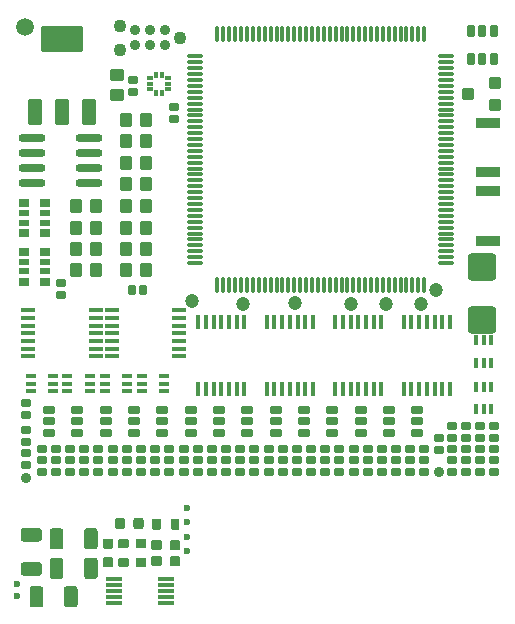
<source format=gts>
G75*
G70*
%OFA0B0*%
%FSLAX25Y25*%
%IPPOS*%
%LPD*%
%AMOC8*
5,1,8,0,0,1.08239X$1,22.5*
%
%AMM17*
21,1,0.039370,0.030320,0.000000,0.000000,90.000000*
21,1,0.028350,0.041340,0.000000,0.000000,90.000000*
1,1,0.011020,0.015160,0.014170*
1,1,0.011020,0.015160,-0.014170*
1,1,0.011020,-0.015160,-0.014170*
1,1,0.011020,-0.015160,0.014170*
%
%AMM18*
21,1,0.047240,0.075980,0.000000,0.000000,0.000000*
21,1,0.034650,0.088580,0.000000,0.000000,0.000000*
1,1,0.012600,0.017320,-0.037990*
1,1,0.012600,-0.017320,-0.037990*
1,1,0.012600,-0.017320,0.037990*
1,1,0.012600,0.017320,0.037990*
%
%AMM19*
21,1,0.047240,0.075990,0.000000,0.000000,0.000000*
21,1,0.034650,0.088580,0.000000,0.000000,0.000000*
1,1,0.012600,0.017320,-0.037990*
1,1,0.012600,-0.017320,-0.037990*
1,1,0.012600,-0.017320,0.037990*
1,1,0.012600,0.017320,0.037990*
%
%AMM20*
21,1,0.141730,0.067720,0.000000,0.000000,0.000000*
21,1,0.120870,0.088580,0.000000,0.000000,0.000000*
1,1,0.020870,0.060430,-0.033860*
1,1,0.020870,-0.060430,-0.033860*
1,1,0.020870,-0.060430,0.033860*
1,1,0.020870,0.060430,0.033860*
%
%AMM21*
21,1,0.043310,0.035430,0.000000,0.000000,0.000000*
21,1,0.031500,0.047240,0.000000,0.000000,0.000000*
1,1,0.011810,0.015750,-0.017720*
1,1,0.011810,-0.015750,-0.017720*
1,1,0.011810,-0.015750,0.017720*
1,1,0.011810,0.015750,0.017720*
%
%AMM22*
21,1,0.027560,0.030710,0.000000,0.000000,180.000000*
21,1,0.018900,0.039370,0.000000,0.000000,180.000000*
1,1,0.008660,-0.009450,0.015350*
1,1,0.008660,0.009450,0.015350*
1,1,0.008660,0.009450,-0.015350*
1,1,0.008660,-0.009450,-0.015350*
%
%AMM23*
21,1,0.031500,0.018900,0.000000,0.000000,180.000000*
21,1,0.022840,0.027560,0.000000,0.000000,180.000000*
1,1,0.008660,-0.011420,0.009450*
1,1,0.008660,0.011420,0.009450*
1,1,0.008660,0.011420,-0.009450*
1,1,0.008660,-0.011420,-0.009450*
%
%AMM24*
21,1,0.027560,0.030710,0.000000,0.000000,270.000000*
21,1,0.018900,0.039370,0.000000,0.000000,270.000000*
1,1,0.008660,-0.015350,-0.009450*
1,1,0.008660,-0.015350,0.009450*
1,1,0.008660,0.015350,0.009450*
1,1,0.008660,0.015350,-0.009450*
%
%AMM25*
21,1,0.090550,0.073230,0.000000,0.000000,90.000000*
21,1,0.069290,0.094490,0.000000,0.000000,90.000000*
1,1,0.021260,0.036610,0.034650*
1,1,0.021260,0.036610,-0.034650*
1,1,0.021260,-0.036610,-0.034650*
1,1,0.021260,-0.036610,0.034650*
%
%AMM26*
21,1,0.029530,0.026380,0.000000,0.000000,90.000000*
21,1,0.020470,0.035430,0.000000,0.000000,90.000000*
1,1,0.009060,0.013190,0.010240*
1,1,0.009060,0.013190,-0.010240*
1,1,0.009060,-0.013190,-0.010240*
1,1,0.009060,-0.013190,0.010240*
%
%AMM27*
21,1,0.021650,0.027950,0.000000,0.000000,90.000000*
21,1,0.014170,0.035430,0.000000,0.000000,90.000000*
1,1,0.007480,0.013980,0.007090*
1,1,0.007480,0.013980,-0.007090*
1,1,0.007480,-0.013980,-0.007090*
1,1,0.007480,-0.013980,0.007090*
%
%AMM28*
21,1,0.035430,0.072440,0.000000,0.000000,90.000000*
21,1,0.025200,0.082680,0.000000,0.000000,90.000000*
1,1,0.010240,0.036220,0.012600*
1,1,0.010240,0.036220,-0.012600*
1,1,0.010240,-0.036220,-0.012600*
1,1,0.010240,-0.036220,0.012600*
%
%AMM29*
21,1,0.016540,0.028980,0.000000,0.000000,90.000000*
21,1,0.010080,0.035430,0.000000,0.000000,90.000000*
1,1,0.006460,0.014490,0.005040*
1,1,0.006460,0.014490,-0.005040*
1,1,0.006460,-0.014490,-0.005040*
1,1,0.006460,-0.014490,0.005040*
%
%AMM30*
21,1,0.016540,0.028980,0.000000,0.000000,180.000000*
21,1,0.010080,0.035430,0.000000,0.000000,180.000000*
1,1,0.006460,-0.005040,0.014490*
1,1,0.006460,0.005040,0.014490*
1,1,0.006460,0.005040,-0.014490*
1,1,0.006460,-0.005040,-0.014490*
%
%AMM31*
21,1,0.043310,0.035430,0.000000,0.000000,270.000000*
21,1,0.031500,0.047240,0.000000,0.000000,270.000000*
1,1,0.011810,-0.017720,-0.015750*
1,1,0.011810,-0.017720,0.015750*
1,1,0.011810,0.017720,0.015750*
1,1,0.011810,0.017720,-0.015750*
%
%AMM32*
21,1,0.031500,0.018900,0.000000,0.000000,90.000000*
21,1,0.022840,0.027560,0.000000,0.000000,90.000000*
1,1,0.008660,0.009450,0.011420*
1,1,0.008660,0.009450,-0.011420*
1,1,0.008660,-0.009450,-0.011420*
1,1,0.008660,-0.009450,0.011420*
%
%ADD10C,0.02362*%
%ADD30R,0.05512X0.01181*%
%ADD68O,0.01260X0.05512*%
%ADD69O,0.05512X0.01260*%
%ADD70M17*%
%ADD71M18*%
%ADD72M19*%
%ADD73M20*%
%ADD74M21*%
%ADD75M22*%
%ADD76C,0.03494*%
%ADD77M23*%
%ADD78M24*%
%ADD79M25*%
%ADD80C,0.03543*%
%ADD81M26*%
%ADD82M27*%
%ADD83M28*%
%ADD84O,0.01575X0.04724*%
%ADD85O,0.04724X0.01575*%
%ADD86M29*%
%ADD87O,0.09055X0.02756*%
%ADD88M30*%
%ADD89R,0.01870X0.01772*%
%ADD90R,0.01772X0.01870*%
%ADD91M31*%
%ADD92M32*%
%ADD93C,0.04294*%
%ADD94C,0.04724*%
%ADD95C,0.05906*%
X0000000Y0000000D02*
%LPD*%
G01*
D10*
X0094882Y0046654D03*
X0094882Y0041929D03*
X0094882Y0051378D03*
X0094882Y0056102D03*
X0038091Y0030669D03*
X0038091Y0026732D03*
X0036614Y0019488D02*
%LPD*%
G01*
D10*
X0094882Y0046653D03*
X0094882Y0041929D03*
X0094882Y0051378D03*
X0094882Y0056102D03*
X0038090Y0030669D03*
X0038090Y0026732D03*
D30*
X0070472Y0032480D03*
X0070472Y0030512D03*
X0070472Y0028543D03*
X0070472Y0026575D03*
X0070472Y0024606D03*
X0087795Y0024606D03*
X0087795Y0026575D03*
X0087795Y0028543D03*
X0087795Y0030512D03*
X0087795Y0032480D03*
G36*
G01*
X0077992Y0045669D02*
X0081063Y0045669D01*
G75*
G02*
X0081338Y0045394I0000000J-000276D01*
G01*
X0081338Y0043189D01*
G75*
G02*
X0081063Y0042913I-000276J0000000D01*
G01*
X0077992Y0042913D01*
G75*
G02*
X0077716Y0043189I0000000J0000276D01*
G01*
X0077716Y0045394D01*
G75*
G02*
X0077992Y0045669I0000276J0000000D01*
G01*
G37*
G36*
G01*
X0077992Y0039370D02*
X0081063Y0039370D01*
G75*
G02*
X0081338Y0039094I0000000J-000276D01*
G01*
X0081338Y0036890D01*
G75*
G02*
X0081063Y0036614I-000276J0000000D01*
G01*
X0077992Y0036614D01*
G75*
G02*
X0077716Y0036890I0000000J0000276D01*
G01*
X0077716Y0039094D01*
G75*
G02*
X0077992Y0039370I0000276J0000000D01*
G01*
G37*
G36*
G01*
X0092323Y0052323D02*
X0092323Y0049252D01*
G75*
G02*
X0092047Y0048976I-000276J0000000D01*
G01*
X0089842Y0048976D01*
G75*
G02*
X0089567Y0049252I0000000J0000276D01*
G01*
X0089567Y0052323D01*
G75*
G02*
X0089842Y0052598I0000276J0000000D01*
G01*
X0092047Y0052598D01*
G75*
G02*
X0092323Y0052323I0000000J-000276D01*
G01*
G37*
G36*
G01*
X0086023Y0052323D02*
X0086023Y0049252D01*
G75*
G02*
X0085748Y0048976I-000276J0000000D01*
G01*
X0083543Y0048976D01*
G75*
G02*
X0083268Y0049252I0000000J0000276D01*
G01*
X0083268Y0052323D01*
G75*
G02*
X0083543Y0052598I0000276J0000000D01*
G01*
X0085748Y0052598D01*
G75*
G02*
X0086023Y0052323I0000000J-000276D01*
G01*
G37*
G36*
G01*
X0072086Y0045669D02*
X0075157Y0045669D01*
G75*
G02*
X0075433Y0045394I0000000J-000276D01*
G01*
X0075433Y0043189D01*
G75*
G02*
X0075157Y0042913I-000276J0000000D01*
G01*
X0072086Y0042913D01*
G75*
G02*
X0071811Y0043189I0000000J0000276D01*
G01*
X0071811Y0045394D01*
G75*
G02*
X0072086Y0045669I0000276J0000000D01*
G01*
G37*
G36*
G01*
X0072086Y0039370D02*
X0075157Y0039370D01*
G75*
G02*
X0075433Y0039094I0000000J-000276D01*
G01*
X0075433Y0036890D01*
G75*
G02*
X0075157Y0036614I-000276J0000000D01*
G01*
X0072086Y0036614D01*
G75*
G02*
X0071811Y0036890I0000000J0000276D01*
G01*
X0071811Y0039094D01*
G75*
G02*
X0072086Y0039370I0000276J0000000D01*
G01*
G37*
G36*
G01*
X0061437Y0049409D02*
X0064153Y0049409D01*
G75*
G02*
X0065059Y0048504I0000000J-000906D01*
G01*
X0065059Y0043228D01*
G75*
G02*
X0064153Y0042323I-000906J0000000D01*
G01*
X0061437Y0042323D01*
G75*
G02*
X0060531Y0043228I0000000J0000906D01*
G01*
X0060531Y0048504D01*
G75*
G02*
X0061437Y0049409I0000906J0000000D01*
G01*
G37*
G36*
G01*
X0050019Y0049409D02*
X0052736Y0049409D01*
G75*
G02*
X0053642Y0048504I0000000J-000906D01*
G01*
X0053642Y0043228D01*
G75*
G02*
X0052736Y0042323I-000906J0000000D01*
G01*
X0050019Y0042323D01*
G75*
G02*
X0049114Y0043228I0000000J0000906D01*
G01*
X0049114Y0048504D01*
G75*
G02*
X0050019Y0049409I0000906J0000000D01*
G01*
G37*
G36*
G01*
X0061437Y0039567D02*
X0064153Y0039567D01*
G75*
G02*
X0065059Y0038661I0000000J-000906D01*
G01*
X0065059Y0033386D01*
G75*
G02*
X0064153Y0032480I-000906J0000000D01*
G01*
X0061437Y0032480D01*
G75*
G02*
X0060531Y0033386I0000000J0000906D01*
G01*
X0060531Y0038661D01*
G75*
G02*
X0061437Y0039567I0000906J0000000D01*
G01*
G37*
G36*
G01*
X0050019Y0039567D02*
X0052736Y0039567D01*
G75*
G02*
X0053642Y0038661I0000000J-000906D01*
G01*
X0053642Y0033386D01*
G75*
G02*
X0052736Y0032480I-000906J0000000D01*
G01*
X0050019Y0032480D01*
G75*
G02*
X0049114Y0033386I0000000J0000906D01*
G01*
X0049114Y0038661D01*
G75*
G02*
X0050019Y0039567I0000906J0000000D01*
G01*
G37*
G36*
G01*
X0039370Y0045886D02*
X0039370Y0048602D01*
G75*
G02*
X0040275Y0049508I0000906J0000000D01*
G01*
X0045551Y0049508D01*
G75*
G02*
X0046457Y0048602I0000000J-000906D01*
G01*
X0046457Y0045886D01*
G75*
G02*
X0045551Y0044980I-000906J0000000D01*
G01*
X0040275Y0044980D01*
G75*
G02*
X0039370Y0045886I0000000J0000906D01*
G01*
G37*
G36*
G01*
X0039370Y0034468D02*
X0039370Y0037185D01*
G75*
G02*
X0040275Y0038090I0000906J0000000D01*
G01*
X0045551Y0038090D01*
G75*
G02*
X0046457Y0037185I0000000J-000906D01*
G01*
X0046457Y0034468D01*
G75*
G02*
X0045551Y0033563I-000906J0000000D01*
G01*
X0040275Y0033563D01*
G75*
G02*
X0039370Y0034468I0000000J0000906D01*
G01*
G37*
G36*
G01*
X0054744Y0030118D02*
X0057460Y0030118D01*
G75*
G02*
X0058366Y0029212I0000000J-000906D01*
G01*
X0058366Y0023937D01*
G75*
G02*
X0057460Y0023031I-000906J0000000D01*
G01*
X0054744Y0023031D01*
G75*
G02*
X0053838Y0023937I0000000J0000906D01*
G01*
X0053838Y0029212D01*
G75*
G02*
X0054744Y0030118I0000906J0000000D01*
G01*
G37*
G36*
G01*
X0043327Y0030118D02*
X0046043Y0030118D01*
G75*
G02*
X0046949Y0029212I0000000J-000906D01*
G01*
X0046949Y0023937D01*
G75*
G02*
X0046043Y0023031I-000906J0000000D01*
G01*
X0043327Y0023031D01*
G75*
G02*
X0042421Y0023937I0000000J0000906D01*
G01*
X0042421Y0029212D01*
G75*
G02*
X0043327Y0030118I0000906J0000000D01*
G01*
G37*
G36*
G01*
X0080413Y0051993D02*
X0080413Y0049975D01*
G75*
G02*
X0079552Y0049114I-000861J0000000D01*
G01*
X0077830Y0049114D01*
G75*
G02*
X0076968Y0049975I0000000J0000861D01*
G01*
X0076968Y0051993D01*
G75*
G02*
X0077830Y0052854I0000861J0000000D01*
G01*
X0079552Y0052854D01*
G75*
G02*
X0080413Y0051993I0000000J-000861D01*
G01*
G37*
G36*
G01*
X0074212Y0051993D02*
X0074212Y0049975D01*
G75*
G02*
X0073351Y0049114I-000861J0000000D01*
G01*
X0071629Y0049114D01*
G75*
G02*
X0070768Y0049975I0000000J0000861D01*
G01*
X0070768Y0051993D01*
G75*
G02*
X0071629Y0052854I0000861J0000000D01*
G01*
X0073351Y0052854D01*
G75*
G02*
X0074212Y0051993I0000000J-000861D01*
G01*
G37*
G36*
G01*
X0086358Y0045031D02*
X0086358Y0042354D01*
G75*
G02*
X0086023Y0042019I-000335J0000000D01*
G01*
X0083346Y0042019D01*
G75*
G02*
X0083012Y0042354I0000000J0000335D01*
G01*
X0083012Y0045031D01*
G75*
G02*
X0083346Y0045366I0000335J0000000D01*
G01*
X0086023Y0045366D01*
G75*
G02*
X0086358Y0045031I0000000J-000335D01*
G01*
G37*
G36*
G01*
X0092579Y0045031D02*
X0092579Y0042354D01*
G75*
G02*
X0092244Y0042019I-000335J0000000D01*
G01*
X0089567Y0042019D01*
G75*
G02*
X0089232Y0042354I0000000J0000335D01*
G01*
X0089232Y0045031D01*
G75*
G02*
X0089567Y0045366I0000335J0000000D01*
G01*
X0092244Y0045366D01*
G75*
G02*
X0092579Y0045031I0000000J-000335D01*
G01*
G37*
G36*
G01*
X0092579Y0039724D02*
X0092579Y0037047D01*
G75*
G02*
X0092244Y0036712I-000335J0000000D01*
G01*
X0089567Y0036712D01*
G75*
G02*
X0089232Y0037047I0000000J0000335D01*
G01*
X0089232Y0039724D01*
G75*
G02*
X0089567Y0040059I0000335J0000000D01*
G01*
X0092244Y0040059D01*
G75*
G02*
X0092579Y0039724I0000000J-000335D01*
G01*
G37*
G36*
G01*
X0086358Y0039724D02*
X0086358Y0037047D01*
G75*
G02*
X0086023Y0036712I-000335J0000000D01*
G01*
X0083346Y0036712D01*
G75*
G02*
X0083012Y0037047I0000000J0000335D01*
G01*
X0083012Y0039724D01*
G75*
G02*
X0083346Y0040059I0000335J0000000D01*
G01*
X0086023Y0040059D01*
G75*
G02*
X0086358Y0039724I0000000J-000335D01*
G01*
G37*
G36*
G01*
X0067165Y0045925D02*
X0069842Y0045925D01*
G75*
G02*
X0070177Y0045590I0000000J-000335D01*
G01*
X0070177Y0042913D01*
G75*
G02*
X0069842Y0042579I-000335J0000000D01*
G01*
X0067165Y0042579D01*
G75*
G02*
X0066831Y0042913I0000000J0000335D01*
G01*
X0066831Y0045590D01*
G75*
G02*
X0067165Y0045925I0000335J0000000D01*
G01*
G37*
G36*
G01*
X0067165Y0039705D02*
X0069842Y0039705D01*
G75*
G02*
X0070177Y0039370I0000000J-000335D01*
G01*
X0070177Y0036693D01*
G75*
G02*
X0069842Y0036358I-000335J0000000D01*
G01*
X0067165Y0036358D01*
G75*
G02*
X0066831Y0036693I0000000J0000335D01*
G01*
X0066831Y0039370D01*
G75*
G02*
X0067165Y0039705I0000335J0000000D01*
G01*
G37*
X0036614Y0062992D02*
G01*
G75*
D68*
X0105019Y0214075D02*
D03*
X0106988Y0214075D02*
D03*
X0108956Y0214075D02*
D03*
X0110925Y0214075D02*
D03*
X0112893Y0214075D02*
D03*
X0114862Y0214075D02*
D03*
X0116830Y0214075D02*
D03*
X0118799Y0214075D02*
D03*
X0120767Y0214075D02*
D03*
X0122736Y0214075D02*
D03*
X0124704Y0214075D02*
D03*
X0126673Y0214075D02*
D03*
X0128642Y0214075D02*
D03*
X0130610Y0214075D02*
D03*
X0132579Y0214075D02*
D03*
X0134547Y0214075D02*
D03*
X0136516Y0214075D02*
D03*
X0138484Y0214075D02*
D03*
X0140453Y0214075D02*
D03*
X0142421Y0214075D02*
D03*
X0144390Y0214075D02*
D03*
X0146358Y0214075D02*
D03*
X0148327Y0214075D02*
D03*
X0150295Y0214075D02*
D03*
X0152264Y0214075D02*
D03*
X0154232Y0214075D02*
D03*
X0156201Y0214075D02*
D03*
X0158169Y0214075D02*
D03*
X0160138Y0214075D02*
D03*
X0162106Y0214075D02*
D03*
X0164075Y0214075D02*
D03*
X0166043Y0214075D02*
D03*
X0168012Y0214075D02*
D03*
X0169980Y0214075D02*
D03*
X0171949Y0214075D02*
D03*
X0173917Y0214075D02*
D03*
X0173917Y0130413D02*
D03*
X0171949Y0130413D02*
D03*
X0169980Y0130413D02*
D03*
X0168012Y0130413D02*
D03*
X0166043Y0130413D02*
D03*
X0164075Y0130413D02*
D03*
X0162106Y0130413D02*
D03*
X0160138Y0130413D02*
D03*
X0158169Y0130413D02*
D03*
X0156201Y0130413D02*
D03*
X0154232Y0130413D02*
D03*
X0152264Y0130413D02*
D03*
X0150295Y0130413D02*
D03*
X0148327Y0130413D02*
D03*
X0146358Y0130413D02*
D03*
X0144390Y0130413D02*
D03*
X0142421Y0130413D02*
D03*
X0140453Y0130413D02*
D03*
X0138484Y0130413D02*
D03*
X0136516Y0130413D02*
D03*
X0134547Y0130413D02*
D03*
X0132579Y0130413D02*
D03*
X0130610Y0130413D02*
D03*
X0128642Y0130413D02*
D03*
X0126673Y0130413D02*
D03*
X0124704Y0130413D02*
D03*
X0122736Y0130413D02*
D03*
X0120767Y0130413D02*
D03*
X0118799Y0130413D02*
D03*
X0116830Y0130413D02*
D03*
X0114862Y0130413D02*
D03*
X0112893Y0130413D02*
D03*
X0110925Y0130413D02*
D03*
X0108956Y0130413D02*
D03*
X0106988Y0130413D02*
D03*
X0105019Y0130413D02*
D03*
D69*
X0181299Y0206693D02*
D03*
X0181299Y0204724D02*
D03*
X0181299Y0202756D02*
D03*
X0181299Y0200787D02*
D03*
X0181299Y0198819D02*
D03*
X0181299Y0196850D02*
D03*
X0181299Y0194882D02*
D03*
X0181299Y0192913D02*
D03*
X0181299Y0190945D02*
D03*
X0181299Y0188976D02*
D03*
X0181299Y0187008D02*
D03*
X0181299Y0185039D02*
D03*
X0181299Y0183071D02*
D03*
X0181299Y0181102D02*
D03*
X0181299Y0179134D02*
D03*
X0181299Y0177165D02*
D03*
X0181299Y0175197D02*
D03*
X0181299Y0173228D02*
D03*
X0181299Y0171260D02*
D03*
X0181299Y0169291D02*
D03*
X0181299Y0167323D02*
D03*
X0181299Y0165354D02*
D03*
X0181299Y0163386D02*
D03*
X0181299Y0161417D02*
D03*
X0181299Y0159449D02*
D03*
X0181299Y0157480D02*
D03*
X0181299Y0155512D02*
D03*
X0181299Y0153543D02*
D03*
X0181299Y0151575D02*
D03*
X0181299Y0149606D02*
D03*
X0181299Y0147638D02*
D03*
X0181299Y0145669D02*
D03*
X0181299Y0143701D02*
D03*
X0181299Y0141732D02*
D03*
X0181299Y0139764D02*
D03*
X0181299Y0137795D02*
D03*
X0097638Y0137795D02*
D03*
X0097638Y0139764D02*
D03*
X0097638Y0141732D02*
D03*
X0097638Y0143701D02*
D03*
X0097638Y0145669D02*
D03*
X0097638Y0147638D02*
D03*
X0097638Y0149606D02*
D03*
X0097638Y0151575D02*
D03*
X0097638Y0153543D02*
D03*
X0097638Y0155512D02*
D03*
X0097638Y0157480D02*
D03*
X0097638Y0159449D02*
D03*
X0097638Y0161417D02*
D03*
X0097638Y0163386D02*
D03*
X0097638Y0165354D02*
D03*
X0097638Y0167323D02*
D03*
X0097638Y0169291D02*
D03*
X0097638Y0171260D02*
D03*
X0097638Y0173228D02*
D03*
X0097638Y0175197D02*
D03*
X0097638Y0177165D02*
D03*
X0097638Y0179134D02*
D03*
X0097638Y0181102D02*
D03*
X0097638Y0183071D02*
D03*
X0097638Y0185039D02*
D03*
X0097638Y0187008D02*
D03*
X0097638Y0188976D02*
D03*
X0097638Y0190945D02*
D03*
X0097638Y0192913D02*
D03*
X0097638Y0194882D02*
D03*
X0097638Y0196850D02*
D03*
X0097638Y0198819D02*
D03*
X0097638Y0200787D02*
D03*
X0097638Y0202756D02*
D03*
X0097638Y0204724D02*
D03*
X0097638Y0206693D02*
D03*
D70*
X0197644Y0190504D02*
D03*
X0188392Y0194244D02*
D03*
D70*
X0197644Y0197984D02*
D03*
D71*
X0044094Y0188189D02*
D03*
X0062205Y0188189D02*
D03*
D72*
X0053149Y0188189D02*
D03*
D73*
X0053149Y0212598D02*
D03*
D74*
X0074409Y0164173D02*
D03*
X0081102Y0164173D02*
D03*
X0081102Y0171260D02*
D03*
X0074409Y0171260D02*
D03*
X0074409Y0178346D02*
D03*
X0081102Y0178346D02*
D03*
X0081102Y0185433D02*
D03*
X0074409Y0185433D02*
D03*
X0064567Y0156693D02*
D03*
X0057874Y0156693D02*
D03*
X0081102Y0156693D02*
D03*
X0074409Y0156693D02*
D03*
X0064567Y0149606D02*
D03*
X0057874Y0149606D02*
D03*
X0081102Y0149606D02*
D03*
X0074409Y0149606D02*
D03*
X0064567Y0142520D02*
D03*
X0057874Y0142520D02*
D03*
X0081102Y0142520D02*
D03*
X0074409Y0142520D02*
D03*
X0057874Y0135433D02*
D03*
X0064567Y0135433D02*
D03*
X0081102Y0135433D02*
D03*
X0074409Y0135433D02*
D03*
D75*
X0197045Y0215131D02*
D03*
X0193305Y0215131D02*
D03*
X0189564Y0215131D02*
D03*
X0189564Y0205682D02*
D03*
X0193305Y0205682D02*
D03*
X0197045Y0205682D02*
D03*
D76*
X0087362Y0215433D02*
D03*
X0087362Y0210433D02*
D03*
X0082362Y0215433D02*
D03*
X0082362Y0210433D02*
D03*
X0077362Y0215433D02*
D03*
X0077362Y0210433D02*
D03*
D77*
X0041338Y0070472D02*
D03*
X0041338Y0074409D02*
D03*
X0187795Y0083464D02*
D03*
X0187795Y0079527D02*
D03*
X0084252Y0072047D02*
D03*
X0084252Y0068110D02*
D03*
X0098425Y0072047D02*
D03*
X0098425Y0068110D02*
D03*
X0117323Y0075984D02*
D03*
X0117323Y0072047D02*
D03*
X0117323Y0068110D02*
D03*
X0117323Y0072047D02*
D03*
X0126772Y0072047D02*
D03*
X0126772Y0075984D02*
D03*
X0126772Y0072047D02*
D03*
X0126772Y0068110D02*
D03*
X0150394Y0075984D02*
D03*
X0150394Y0072047D02*
D03*
X0174016Y0072047D02*
D03*
X0174016Y0075984D02*
D03*
X0174016Y0072047D02*
D03*
X0174016Y0068110D02*
D03*
X0090650Y0185827D02*
D03*
X0090650Y0189764D02*
D03*
X0178740Y0075590D02*
D03*
X0178740Y0079527D02*
D03*
X0041338Y0091142D02*
D03*
X0041338Y0087205D02*
D03*
X0052756Y0127165D02*
D03*
X0052756Y0131102D02*
D03*
X0197244Y0079527D02*
D03*
X0197244Y0083464D02*
D03*
X0192519Y0079527D02*
D03*
X0192519Y0083464D02*
D03*
X0183071Y0079527D02*
D03*
X0183071Y0083464D02*
D03*
X0046457Y0072047D02*
D03*
X0046457Y0075984D02*
D03*
X0051181Y0072047D02*
D03*
X0051181Y0075984D02*
D03*
X0055905Y0072047D02*
D03*
X0055905Y0075984D02*
D03*
X0060630Y0072047D02*
D03*
X0060630Y0075984D02*
D03*
X0046457Y0072047D02*
D03*
X0046457Y0068110D02*
D03*
X0051181Y0072047D02*
D03*
X0051181Y0068110D02*
D03*
X0055905Y0072047D02*
D03*
X0055905Y0068110D02*
D03*
X0060630Y0072047D02*
D03*
X0060630Y0068110D02*
D03*
X0065354Y0072047D02*
D03*
X0065354Y0075984D02*
D03*
X0070079Y0072047D02*
D03*
X0070079Y0075984D02*
D03*
X0074803Y0072047D02*
D03*
X0074803Y0075984D02*
D03*
X0079645Y0072047D02*
D03*
X0079645Y0075984D02*
D03*
X0065354Y0072047D02*
D03*
X0065354Y0068110D02*
D03*
X0070079Y0072047D02*
D03*
X0070079Y0068110D02*
D03*
X0074803Y0072047D02*
D03*
X0074803Y0068110D02*
D03*
X0079527Y0072047D02*
D03*
X0079527Y0068110D02*
D03*
X0084252Y0072047D02*
D03*
X0084252Y0075984D02*
D03*
X0088976Y0072047D02*
D03*
X0088976Y0075984D02*
D03*
X0093701Y0072047D02*
D03*
X0093701Y0075984D02*
D03*
X0098425Y0072047D02*
D03*
X0098425Y0075984D02*
D03*
X0088976Y0072047D02*
D03*
X0088976Y0068110D02*
D03*
X0093701Y0072047D02*
D03*
X0093701Y0068110D02*
D03*
X0103150Y0075984D02*
D03*
X0103150Y0072047D02*
D03*
X0107874Y0075984D02*
D03*
X0107874Y0072047D02*
D03*
X0112598Y0075984D02*
D03*
X0112598Y0072047D02*
D03*
X0103150Y0068110D02*
D03*
X0103150Y0072047D02*
D03*
X0107874Y0068110D02*
D03*
X0107874Y0072047D02*
D03*
X0112598Y0068110D02*
D03*
X0112598Y0072047D02*
D03*
X0122047Y0072047D02*
D03*
X0122047Y0075984D02*
D03*
X0131496Y0072047D02*
D03*
X0131496Y0075984D02*
D03*
X0136220Y0072047D02*
D03*
X0136220Y0075984D02*
D03*
X0122047Y0072047D02*
D03*
X0122047Y0068110D02*
D03*
X0131496Y0072047D02*
D03*
X0131496Y0068110D02*
D03*
X0136220Y0072047D02*
D03*
X0136220Y0068110D02*
D03*
X0140945Y0075984D02*
D03*
X0140945Y0072047D02*
D03*
X0145669Y0075984D02*
D03*
X0145669Y0072047D02*
D03*
X0155118Y0075984D02*
D03*
X0155118Y0072047D02*
D03*
X0140945Y0068110D02*
D03*
X0140945Y0072047D02*
D03*
X0145669Y0068110D02*
D03*
X0145669Y0072047D02*
D03*
X0150394Y0068110D02*
D03*
X0150394Y0072047D02*
D03*
X0155118Y0068110D02*
D03*
X0155118Y0072047D02*
D03*
X0159842Y0072047D02*
D03*
X0159842Y0075984D02*
D03*
X0164567Y0072047D02*
D03*
X0164567Y0075984D02*
D03*
X0169291Y0072047D02*
D03*
X0169291Y0075984D02*
D03*
X0159842Y0072047D02*
D03*
X0159842Y0068110D02*
D03*
X0164567Y0072047D02*
D03*
X0164567Y0068110D02*
D03*
X0169291Y0072047D02*
D03*
X0169291Y0068110D02*
D03*
X0183071Y0075984D02*
D03*
X0183071Y0072047D02*
D03*
X0187795Y0075984D02*
D03*
X0187795Y0072047D02*
D03*
X0192519Y0075984D02*
D03*
X0192519Y0072047D02*
D03*
X0197244Y0075984D02*
D03*
X0197244Y0072047D02*
D03*
X0183071Y0068110D02*
D03*
X0183071Y0072047D02*
D03*
X0187795Y0068110D02*
D03*
X0187795Y0072047D02*
D03*
X0192519Y0068110D02*
D03*
X0192519Y0072047D02*
D03*
X0197244Y0068110D02*
D03*
X0197244Y0072047D02*
D03*
X0041338Y0082086D02*
D03*
X0041338Y0078149D02*
D03*
X0076771Y0194882D02*
D03*
X0076771Y0198819D02*
D03*
D78*
X0096063Y0088779D02*
D03*
X0096063Y0085039D02*
D03*
X0096063Y0081299D02*
D03*
X0086614Y0081299D02*
D03*
X0086614Y0085039D02*
D03*
X0086614Y0088779D02*
D03*
X0058268Y0088779D02*
D03*
X0058268Y0085039D02*
D03*
X0058268Y0081299D02*
D03*
X0048819Y0081299D02*
D03*
X0048819Y0085039D02*
D03*
X0048819Y0088779D02*
D03*
X0077165Y0088779D02*
D03*
X0077165Y0085039D02*
D03*
X0077165Y0081299D02*
D03*
X0067716Y0081299D02*
D03*
X0067716Y0085039D02*
D03*
X0067716Y0088779D02*
D03*
X0114961Y0088779D02*
D03*
X0114961Y0085039D02*
D03*
X0114961Y0081299D02*
D03*
X0105512Y0081299D02*
D03*
X0105512Y0085039D02*
D03*
X0105512Y0088779D02*
D03*
X0133858Y0088779D02*
D03*
X0133858Y0085039D02*
D03*
X0133858Y0081299D02*
D03*
X0124409Y0081299D02*
D03*
X0124409Y0085039D02*
D03*
X0124409Y0088779D02*
D03*
X0152756Y0088779D02*
D03*
X0152756Y0085039D02*
D03*
X0152756Y0081299D02*
D03*
X0143307Y0081299D02*
D03*
X0143307Y0085039D02*
D03*
X0143307Y0088779D02*
D03*
X0171653Y0088779D02*
D03*
X0171653Y0085039D02*
D03*
X0171653Y0081299D02*
D03*
X0162205Y0081299D02*
D03*
X0162205Y0085039D02*
D03*
X0162205Y0088779D02*
D03*
D79*
X0193307Y0118897D02*
D03*
X0193307Y0136614D02*
D03*
D80*
X0179016Y0068110D02*
D03*
X0041338Y0066142D02*
D03*
D81*
X0047638Y0141634D02*
D03*
X0040551Y0141634D02*
D03*
X0040551Y0131594D02*
D03*
X0047638Y0131594D02*
D03*
X0047638Y0147736D02*
D03*
X0040551Y0147736D02*
D03*
X0040551Y0157776D02*
D03*
X0047638Y0157776D02*
D03*
D82*
X0040551Y0135039D02*
D03*
X0040551Y0138189D02*
D03*
X0047638Y0138189D02*
D03*
X0047638Y0135039D02*
D03*
X0047638Y0151181D02*
D03*
X0047638Y0154331D02*
D03*
X0040551Y0154331D02*
D03*
X0040551Y0151181D02*
D03*
D83*
X0195275Y0184645D02*
D03*
X0195275Y0168110D02*
D03*
X0195275Y0145276D02*
D03*
X0195275Y0161811D02*
D03*
D84*
X0182480Y0118110D02*
D03*
X0179921Y0118110D02*
D03*
X0177362Y0118110D02*
D03*
X0174803Y0118110D02*
D03*
X0172244Y0118110D02*
D03*
X0169685Y0118110D02*
D03*
X0167126Y0118110D02*
D03*
X0182480Y0095669D02*
D03*
X0179921Y0095669D02*
D03*
X0177362Y0095669D02*
D03*
X0174803Y0095669D02*
D03*
X0172244Y0095669D02*
D03*
X0169685Y0095669D02*
D03*
X0167126Y0095669D02*
D03*
X0113976Y0118110D02*
D03*
X0111417Y0118110D02*
D03*
X0108858Y0118110D02*
D03*
X0106299Y0118110D02*
D03*
X0103740Y0118110D02*
D03*
X0101181Y0118110D02*
D03*
X0098622Y0118110D02*
D03*
X0113976Y0095669D02*
D03*
X0111417Y0095669D02*
D03*
X0108858Y0095669D02*
D03*
X0106299Y0095669D02*
D03*
X0103740Y0095669D02*
D03*
X0101181Y0095669D02*
D03*
X0098622Y0095669D02*
D03*
X0136811Y0118110D02*
D03*
X0134252Y0118110D02*
D03*
X0131693Y0118110D02*
D03*
X0129134Y0118110D02*
D03*
X0126575Y0118110D02*
D03*
X0124016Y0118110D02*
D03*
X0121457Y0118110D02*
D03*
X0136811Y0095669D02*
D03*
X0134252Y0095669D02*
D03*
X0131693Y0095669D02*
D03*
X0129134Y0095669D02*
D03*
X0126575Y0095669D02*
D03*
X0124016Y0095669D02*
D03*
X0121457Y0095669D02*
D03*
X0159645Y0118110D02*
D03*
X0157086Y0118110D02*
D03*
X0154527Y0118110D02*
D03*
X0151968Y0118110D02*
D03*
X0149409Y0118110D02*
D03*
X0146850Y0118110D02*
D03*
X0144291Y0118110D02*
D03*
X0159645Y0095669D02*
D03*
X0157086Y0095669D02*
D03*
X0154527Y0095669D02*
D03*
X0151968Y0095669D02*
D03*
X0149409Y0095669D02*
D03*
X0146850Y0095669D02*
D03*
X0144291Y0095669D02*
D03*
D85*
X0092323Y0106693D02*
D03*
X0092323Y0109252D02*
D03*
X0092323Y0111811D02*
D03*
X0092323Y0114370D02*
D03*
X0092323Y0116929D02*
D03*
X0092323Y0119488D02*
D03*
X0092323Y0122047D02*
D03*
X0069882Y0106693D02*
D03*
X0069882Y0109252D02*
D03*
X0069882Y0111811D02*
D03*
X0069882Y0114370D02*
D03*
X0069882Y0116929D02*
D03*
X0069882Y0119488D02*
D03*
X0069882Y0122047D02*
D03*
X0064370Y0106693D02*
D03*
X0064370Y0109252D02*
D03*
X0064370Y0111811D02*
D03*
X0064370Y0114370D02*
D03*
X0064370Y0116929D02*
D03*
X0064370Y0119488D02*
D03*
X0064370Y0122047D02*
D03*
X0041929Y0106693D02*
D03*
X0041929Y0109252D02*
D03*
X0041929Y0111811D02*
D03*
X0041929Y0114370D02*
D03*
X0041929Y0116929D02*
D03*
X0041929Y0119488D02*
D03*
X0041929Y0122047D02*
D03*
D86*
X0075000Y0095079D02*
D03*
X0075000Y0097638D02*
D03*
X0075000Y0100197D02*
D03*
X0067520Y0095079D02*
D03*
X0067520Y0097638D02*
D03*
X0067520Y0100197D02*
D03*
X0054921Y0100197D02*
D03*
X0054921Y0097638D02*
D03*
X0054921Y0095079D02*
D03*
X0062401Y0100197D02*
D03*
X0062401Y0097638D02*
D03*
X0062401Y0095079D02*
D03*
X0050197Y0095079D02*
D03*
X0050197Y0097638D02*
D03*
X0050197Y0100197D02*
D03*
X0042716Y0095079D02*
D03*
X0042716Y0097638D02*
D03*
X0042716Y0100197D02*
D03*
X0079724Y0100197D02*
D03*
X0079724Y0097638D02*
D03*
X0079724Y0095079D02*
D03*
X0087205Y0100197D02*
D03*
X0087205Y0097638D02*
D03*
X0087205Y0095079D02*
D03*
D87*
X0043307Y0179549D02*
D03*
X0043307Y0174549D02*
D03*
X0043307Y0169549D02*
D03*
X0043307Y0164549D02*
D03*
X0062205Y0179549D02*
D03*
X0062205Y0174549D02*
D03*
X0062205Y0169549D02*
D03*
X0062205Y0164549D02*
D03*
D88*
X0196260Y0112008D02*
D03*
X0193701Y0112008D02*
D03*
X0191142Y0112008D02*
D03*
X0196260Y0104527D02*
D03*
X0193701Y0104527D02*
D03*
X0191142Y0104527D02*
D03*
X0196260Y0096653D02*
D03*
X0193701Y0096653D02*
D03*
X0191142Y0096653D02*
D03*
X0196260Y0089173D02*
D03*
X0193701Y0089173D02*
D03*
X0191142Y0089173D02*
D03*
D89*
X0082431Y0195669D02*
D03*
X0082431Y0197638D02*
D03*
X0082431Y0199606D02*
D03*
X0088435Y0199606D02*
D03*
X0088435Y0197638D02*
D03*
X0088435Y0195669D02*
D03*
D90*
X0084449Y0200640D02*
D03*
X0086417Y0200640D02*
D03*
X0086417Y0194636D02*
D03*
X0084449Y0194636D02*
D03*
D91*
X0071555Y0193701D02*
D03*
X0071555Y0200394D02*
D03*
D92*
X0080315Y0128740D02*
D03*
X0076378Y0128740D02*
D03*
D93*
X0092362Y0212933D02*
D03*
X0072362Y0208933D02*
D03*
X0072362Y0216933D02*
D03*
D94*
X0130709Y0124409D02*
D03*
X0177953Y0128740D02*
D03*
X0172835Y0124016D02*
D03*
X0161023Y0124016D02*
D03*
X0149606Y0124016D02*
D03*
X0113386Y0124016D02*
D03*
X0096456Y0125197D02*
D03*
D95*
X0040945Y0216535D02*
D03*
M02*

</source>
